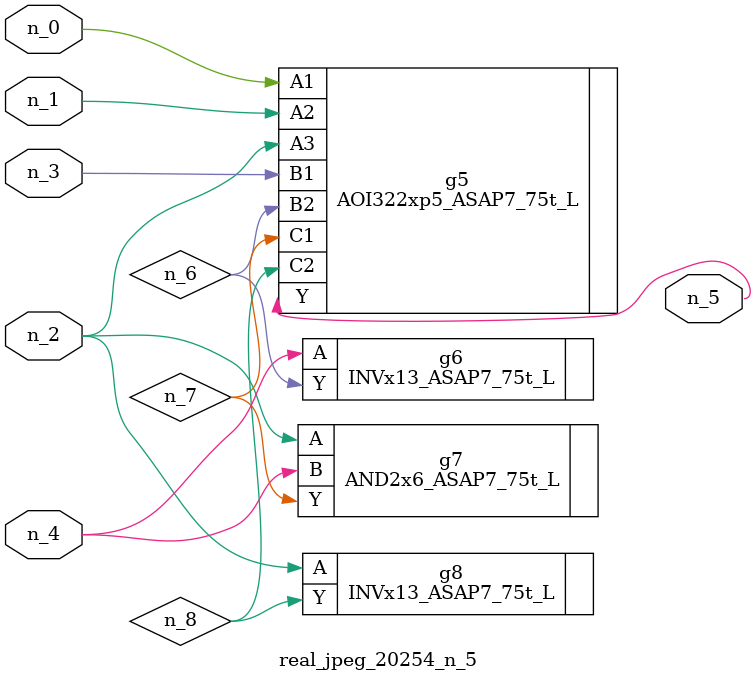
<source format=v>
module real_jpeg_20254_n_5 (n_4, n_0, n_1, n_2, n_3, n_5);

input n_4;
input n_0;
input n_1;
input n_2;
input n_3;

output n_5;

wire n_8;
wire n_6;
wire n_7;

AOI322xp5_ASAP7_75t_L g5 ( 
.A1(n_0),
.A2(n_1),
.A3(n_2),
.B1(n_3),
.B2(n_6),
.C1(n_7),
.C2(n_8),
.Y(n_5)
);

AND2x6_ASAP7_75t_L g7 ( 
.A(n_2),
.B(n_4),
.Y(n_7)
);

INVx13_ASAP7_75t_L g8 ( 
.A(n_2),
.Y(n_8)
);

INVx13_ASAP7_75t_L g6 ( 
.A(n_4),
.Y(n_6)
);


endmodule
</source>
